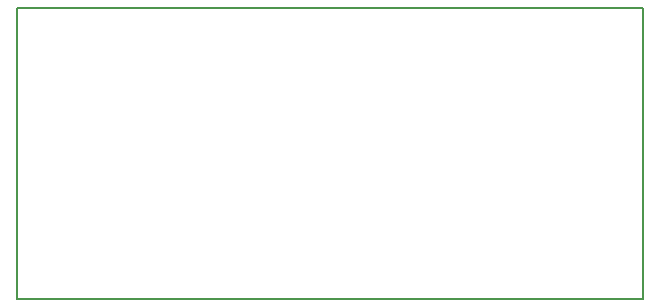
<source format=gm1>
G04 #@! TF.FileFunction,Profile,NP*
%FSLAX46Y46*%
G04 Gerber Fmt 4.6, Leading zero omitted, Abs format (unit mm)*
G04 Created by KiCad (PCBNEW 4.0.7-e0-6372~58~ubuntu16.10.1) date Sun Jan  7 20:34:22 2018*
%MOMM*%
%LPD*%
G01*
G04 APERTURE LIST*
%ADD10C,0.100000*%
%ADD11C,0.150000*%
G04 APERTURE END LIST*
D10*
D11*
X130550000Y-107300000D02*
X130550000Y-82700000D01*
X183550000Y-107300000D02*
X130550000Y-107300000D01*
X183550000Y-82700000D02*
X183550000Y-107300000D01*
X130550000Y-82700000D02*
X183550000Y-82700000D01*
M02*

</source>
